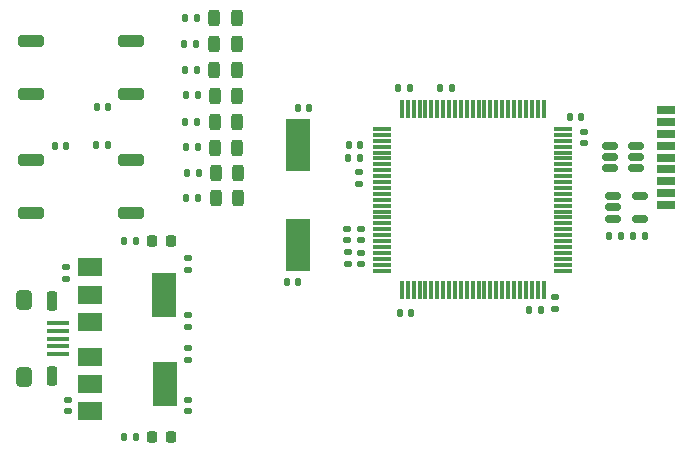
<source format=gbr>
%TF.GenerationSoftware,KiCad,Pcbnew,(6.0.2)*%
%TF.CreationDate,2022-03-17T20:21:47-04:00*%
%TF.ProjectId,sparkboxBreakout,73706172-6b62-46f7-9842-7265616b6f75,rev?*%
%TF.SameCoordinates,Original*%
%TF.FileFunction,Paste,Top*%
%TF.FilePolarity,Positive*%
%FSLAX46Y46*%
G04 Gerber Fmt 4.6, Leading zero omitted, Abs format (unit mm)*
G04 Created by KiCad (PCBNEW (6.0.2)) date 2022-03-17 20:21:47*
%MOMM*%
%LPD*%
G01*
G04 APERTURE LIST*
G04 Aperture macros list*
%AMRoundRect*
0 Rectangle with rounded corners*
0 $1 Rounding radius*
0 $2 $3 $4 $5 $6 $7 $8 $9 X,Y pos of 4 corners*
0 Add a 4 corners polygon primitive as box body*
4,1,4,$2,$3,$4,$5,$6,$7,$8,$9,$2,$3,0*
0 Add four circle primitives for the rounded corners*
1,1,$1+$1,$2,$3*
1,1,$1+$1,$4,$5*
1,1,$1+$1,$6,$7*
1,1,$1+$1,$8,$9*
0 Add four rect primitives between the rounded corners*
20,1,$1+$1,$2,$3,$4,$5,0*
20,1,$1+$1,$4,$5,$6,$7,0*
20,1,$1+$1,$6,$7,$8,$9,0*
20,1,$1+$1,$8,$9,$2,$3,0*%
G04 Aperture macros list end*
%ADD10R,2.000000X4.500000*%
%ADD11R,2.000000X1.500000*%
%ADD12R,2.000000X3.800000*%
%ADD13RoundRect,0.150000X-0.512500X-0.150000X0.512500X-0.150000X0.512500X0.150000X-0.512500X0.150000X0*%
%ADD14RoundRect,0.075000X-0.725000X-0.075000X0.725000X-0.075000X0.725000X0.075000X-0.725000X0.075000X0*%
%ADD15RoundRect,0.075000X-0.075000X-0.725000X0.075000X-0.725000X0.075000X0.725000X-0.075000X0.725000X0*%
%ADD16RoundRect,0.245000X0.855000X-0.245000X0.855000X0.245000X-0.855000X0.245000X-0.855000X-0.245000X0*%
%ADD17RoundRect,0.135000X0.135000X0.185000X-0.135000X0.185000X-0.135000X-0.185000X0.135000X-0.185000X0*%
%ADD18RoundRect,0.135000X-0.135000X-0.185000X0.135000X-0.185000X0.135000X0.185000X-0.135000X0.185000X0*%
%ADD19R,1.600000X0.700000*%
%ADD20RoundRect,0.100000X-0.825000X0.100000X-0.825000X-0.100000X0.825000X-0.100000X0.825000X0.100000X0*%
%ADD21RoundRect,0.325000X-0.325000X0.520000X-0.325000X-0.520000X0.325000X-0.520000X0.325000X0.520000X0*%
%ADD22RoundRect,0.225000X-0.225000X0.587500X-0.225000X-0.587500X0.225000X-0.587500X0.225000X0.587500X0*%
%ADD23RoundRect,0.243750X-0.243750X-0.456250X0.243750X-0.456250X0.243750X0.456250X-0.243750X0.456250X0*%
%ADD24RoundRect,0.218750X-0.218750X-0.256250X0.218750X-0.256250X0.218750X0.256250X-0.218750X0.256250X0*%
%ADD25RoundRect,0.140000X-0.140000X-0.170000X0.140000X-0.170000X0.140000X0.170000X-0.140000X0.170000X0*%
%ADD26RoundRect,0.140000X0.140000X0.170000X-0.140000X0.170000X-0.140000X-0.170000X0.140000X-0.170000X0*%
%ADD27RoundRect,0.140000X-0.170000X0.140000X-0.170000X-0.140000X0.170000X-0.140000X0.170000X0.140000X0*%
%ADD28RoundRect,0.140000X0.170000X-0.140000X0.170000X0.140000X-0.170000X0.140000X-0.170000X-0.140000X0*%
G04 APERTURE END LIST*
D10*
%TO.C,Y1*%
X116425000Y-99825000D03*
X116425000Y-91325000D03*
%TD*%
D11*
%TO.C,U5*%
X98875000Y-109300000D03*
D12*
X105175000Y-111600000D03*
D11*
X98875000Y-111600000D03*
X98875000Y-113900000D03*
%TD*%
D13*
%TO.C,U4*%
X142837500Y-91450000D03*
X142837500Y-92400000D03*
X142837500Y-93350000D03*
X145112500Y-93350000D03*
X145112500Y-92400000D03*
X145112500Y-91450000D03*
%TD*%
%TO.C,U3*%
X143112500Y-95700000D03*
X143112500Y-96650000D03*
X143112500Y-97600000D03*
X145387500Y-97600000D03*
X145387500Y-95700000D03*
%TD*%
D11*
%TO.C,U2*%
X98850000Y-101725000D03*
D12*
X105150000Y-104025000D03*
D11*
X98850000Y-104025000D03*
X98850000Y-106325000D03*
%TD*%
D14*
%TO.C,U1*%
X123575000Y-90000000D03*
X123575000Y-90500000D03*
X123575000Y-91000000D03*
X123575000Y-91500000D03*
X123575000Y-92000000D03*
X123575000Y-92500000D03*
X123575000Y-93000000D03*
X123575000Y-93500000D03*
X123575000Y-94000000D03*
X123575000Y-94500000D03*
X123575000Y-95000000D03*
X123575000Y-95500000D03*
X123575000Y-96000000D03*
X123575000Y-96500000D03*
X123575000Y-97000000D03*
X123575000Y-97500000D03*
X123575000Y-98000000D03*
X123575000Y-98500000D03*
X123575000Y-99000000D03*
X123575000Y-99500000D03*
X123575000Y-100000000D03*
X123575000Y-100500000D03*
X123575000Y-101000000D03*
X123575000Y-101500000D03*
X123575000Y-102000000D03*
D15*
X125250000Y-103675000D03*
X125750000Y-103675000D03*
X126250000Y-103675000D03*
X126750000Y-103675000D03*
X127250000Y-103675000D03*
X127750000Y-103675000D03*
X128250000Y-103675000D03*
X128750000Y-103675000D03*
X129250000Y-103675000D03*
X129750000Y-103675000D03*
X130250000Y-103675000D03*
X130750000Y-103675000D03*
X131250000Y-103675000D03*
X131750000Y-103675000D03*
X132250000Y-103675000D03*
X132750000Y-103675000D03*
X133250000Y-103675000D03*
X133750000Y-103675000D03*
X134250000Y-103675000D03*
X134750000Y-103675000D03*
X135250000Y-103675000D03*
X135750000Y-103675000D03*
X136250000Y-103675000D03*
X136750000Y-103675000D03*
X137250000Y-103675000D03*
D14*
X138925000Y-102000000D03*
X138925000Y-101500000D03*
X138925000Y-101000000D03*
X138925000Y-100500000D03*
X138925000Y-100000000D03*
X138925000Y-99500000D03*
X138925000Y-99000000D03*
X138925000Y-98500000D03*
X138925000Y-98000000D03*
X138925000Y-97500000D03*
X138925000Y-97000000D03*
X138925000Y-96500000D03*
X138925000Y-96000000D03*
X138925000Y-95500000D03*
X138925000Y-95000000D03*
X138925000Y-94500000D03*
X138925000Y-94000000D03*
X138925000Y-93500000D03*
X138925000Y-93000000D03*
X138925000Y-92500000D03*
X138925000Y-92000000D03*
X138925000Y-91500000D03*
X138925000Y-91000000D03*
X138925000Y-90500000D03*
X138925000Y-90000000D03*
D15*
X137250000Y-88325000D03*
X136750000Y-88325000D03*
X136250000Y-88325000D03*
X135750000Y-88325000D03*
X135250000Y-88325000D03*
X134750000Y-88325000D03*
X134250000Y-88325000D03*
X133750000Y-88325000D03*
X133250000Y-88325000D03*
X132750000Y-88325000D03*
X132250000Y-88325000D03*
X131750000Y-88325000D03*
X131250000Y-88325000D03*
X130750000Y-88325000D03*
X130250000Y-88325000D03*
X129750000Y-88325000D03*
X129250000Y-88325000D03*
X128750000Y-88325000D03*
X128250000Y-88325000D03*
X127750000Y-88325000D03*
X127250000Y-88325000D03*
X126750000Y-88325000D03*
X126250000Y-88325000D03*
X125750000Y-88325000D03*
X125250000Y-88325000D03*
%TD*%
D16*
%TO.C,SW2*%
X93895000Y-97125000D03*
X102355000Y-97125000D03*
X102355000Y-92625000D03*
X93895000Y-92625000D03*
%TD*%
%TO.C,SW1*%
X93845000Y-87025000D03*
X102305000Y-87025000D03*
X102305000Y-82525000D03*
X93845000Y-82525000D03*
%TD*%
D17*
%TO.C,R14*%
X100360000Y-91375000D03*
X99340000Y-91375000D03*
%TD*%
%TO.C,R13*%
X143770000Y-99075000D03*
X142750000Y-99075000D03*
%TD*%
D18*
%TO.C,R12*%
X144840000Y-99050000D03*
X145860000Y-99050000D03*
%TD*%
%TO.C,R11*%
X128515000Y-86575000D03*
X129535000Y-86575000D03*
%TD*%
D17*
%TO.C,R10*%
X108010000Y-95825000D03*
X106990000Y-95825000D03*
%TD*%
%TO.C,R9*%
X108085000Y-93700000D03*
X107065000Y-93700000D03*
%TD*%
%TO.C,R8*%
X108035000Y-91550000D03*
X107015000Y-91550000D03*
%TD*%
%TO.C,R7*%
X107935000Y-89375000D03*
X106915000Y-89375000D03*
%TD*%
%TO.C,R6*%
X108010000Y-87150000D03*
X106990000Y-87150000D03*
%TD*%
%TO.C,R5*%
X107935000Y-84975000D03*
X106915000Y-84975000D03*
%TD*%
%TO.C,R4*%
X107860000Y-82800000D03*
X106840000Y-82800000D03*
%TD*%
%TO.C,R3*%
X107885000Y-80650000D03*
X106865000Y-80650000D03*
%TD*%
%TO.C,R2*%
X102770000Y-116050000D03*
X101750000Y-116050000D03*
%TD*%
%TO.C,R1*%
X102785000Y-99475000D03*
X101765000Y-99475000D03*
%TD*%
D19*
%TO.C,J2*%
X147625000Y-95425000D03*
X147625000Y-93425000D03*
X147625000Y-91425000D03*
X147625000Y-89425000D03*
X147625000Y-88425000D03*
X147625000Y-90425000D03*
X147625000Y-92425000D03*
X147625000Y-94425000D03*
X147625000Y-96425000D03*
%TD*%
D20*
%TO.C,J1*%
X96110000Y-106450000D03*
X96110000Y-107100000D03*
X96110000Y-107750000D03*
X96110000Y-108400000D03*
X96110000Y-109050000D03*
D21*
X93275000Y-111020000D03*
X93275000Y-104480000D03*
D22*
X95635000Y-104540000D03*
X95635000Y-110960000D03*
%TD*%
D23*
%TO.C,D10*%
X111387500Y-95825000D03*
X109512500Y-95825000D03*
%TD*%
%TO.C,D9*%
X109487500Y-93700000D03*
X111362500Y-93700000D03*
%TD*%
%TO.C,D8*%
X109462500Y-91575000D03*
X111337500Y-91575000D03*
%TD*%
%TO.C,D7*%
X109412500Y-89375000D03*
X111287500Y-89375000D03*
%TD*%
%TO.C,D6*%
X109412500Y-87175000D03*
X111287500Y-87175000D03*
%TD*%
%TO.C,D5*%
X109387500Y-85000000D03*
X111262500Y-85000000D03*
%TD*%
%TO.C,D4*%
X109387500Y-82825000D03*
X111262500Y-82825000D03*
%TD*%
%TO.C,D3*%
X109387500Y-80650000D03*
X111262500Y-80650000D03*
%TD*%
D24*
%TO.C,D2*%
X104137500Y-116050000D03*
X105712500Y-116050000D03*
%TD*%
%TO.C,D1*%
X104137500Y-99475000D03*
X105712500Y-99475000D03*
%TD*%
D25*
%TO.C,C23*%
X95865000Y-91475000D03*
X96825000Y-91475000D03*
%TD*%
D26*
%TO.C,C22*%
X100405000Y-88150000D03*
X99445000Y-88150000D03*
%TD*%
D27*
%TO.C,C21*%
X107150000Y-112940000D03*
X107150000Y-113900000D03*
%TD*%
%TO.C,C20*%
X107175000Y-108570000D03*
X107175000Y-109530000D03*
%TD*%
D28*
%TO.C,C19*%
X96950000Y-113900000D03*
X96950000Y-112940000D03*
%TD*%
D27*
%TO.C,C18*%
X107175000Y-105795000D03*
X107175000Y-106755000D03*
%TD*%
%TO.C,C17*%
X107175000Y-100970000D03*
X107175000Y-101930000D03*
%TD*%
D28*
%TO.C,C16*%
X96850000Y-102675000D03*
X96850000Y-101715000D03*
%TD*%
D27*
%TO.C,C15*%
X120675000Y-100445000D03*
X120675000Y-101405000D03*
%TD*%
%TO.C,C14*%
X121800000Y-100475000D03*
X121800000Y-101435000D03*
%TD*%
D28*
%TO.C,C13*%
X120650000Y-99405000D03*
X120650000Y-98445000D03*
%TD*%
%TO.C,C12*%
X121800000Y-99405000D03*
X121800000Y-98445000D03*
%TD*%
D25*
%TO.C,C11*%
X116425000Y-88200000D03*
X117385000Y-88200000D03*
%TD*%
D26*
%TO.C,C10*%
X116480000Y-103000000D03*
X115520000Y-103000000D03*
%TD*%
D25*
%TO.C,C9*%
X136045000Y-105375000D03*
X137005000Y-105375000D03*
%TD*%
D28*
%TO.C,C8*%
X140650000Y-91205000D03*
X140650000Y-90245000D03*
%TD*%
D26*
%TO.C,C7*%
X121705000Y-91400000D03*
X120745000Y-91400000D03*
%TD*%
D25*
%TO.C,C6*%
X124945000Y-86525000D03*
X125905000Y-86525000D03*
%TD*%
%TO.C,C5*%
X139490000Y-88975000D03*
X140450000Y-88975000D03*
%TD*%
D27*
%TO.C,C4*%
X138250000Y-104270000D03*
X138250000Y-105230000D03*
%TD*%
D26*
%TO.C,C3*%
X126055000Y-105600000D03*
X125095000Y-105600000D03*
%TD*%
D28*
%TO.C,C2*%
X121650000Y-94630000D03*
X121650000Y-93670000D03*
%TD*%
D26*
%TO.C,C1*%
X121680000Y-92450000D03*
X120720000Y-92450000D03*
%TD*%
M02*

</source>
